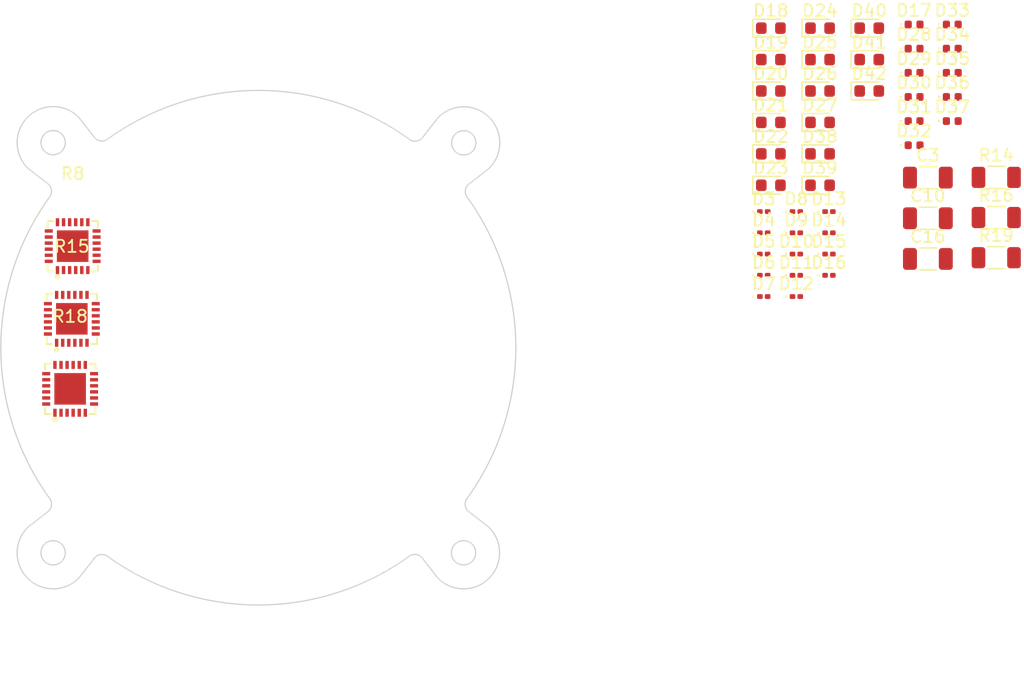
<source format=kicad_pcb>
(kicad_pcb (version 20241229) (generator "pcbnew") (generator_version "9.0")
  (layers (0 "F.Cu" signal) (2 "B.Cu" signal) (13 "F.Paste" user) (15 "B.Paste" user) (5 "F.SilkS" user "F.Silkscreen") (7 "B.SilkS" user "B.Silkscreen") (1 "F.Mask" user) (3 "B.Mask" user) (25 "Edge.Cuts" user))
  (net 0 "")
  (net 2 "GND")
  (net 3 "Net-(D3-A)")
  (net 4 "Net-(D4-A)")
  (net 7 "Net-(D5-A)")
  (net 9 "Net-(D6-A)")
  (net 10 "VDD")
  (net 11 "Net-(D7-A)")
  (net 14 "Net-(D8-A)")
  (net 15 "Net-(D9-A)")
  (net 18 "Net-(D10-A)")
  (net 20 "Net-(D11-A)")
  (net 22 "Net-(D12-A)")
  (net 23 "Net-(D13-A)")
  (net 26 "Net-(D14-A)")
  (net 27 "Net-(D15-A)")
  (net 29 "Net-(D16-A)")
  (net 30 "Net-(D17-A)")
  (net 32 "Net-(D18-A)")
  (net 34 "Net-(D19-A)")
  (net 36 "Net-(D20-A)")
  (net 38 "Net-(D21-A)")
  (net 40 "Net-(D22-A)")
  (net 43 "Net-(D23-A)")
  (net 44 "Net-(D24-A)")
  (net 47 "Net-(D25-A)")
  (net 48 "Net-(D26-A)")
  (net 50 "Net-(D27-A)")
  (net 52 "Net-(D28-A)")
  (net 55 "Net-(D29-A)")
  (net 57 "Net-(D30-A)")
  (net 59 "Net-(D31-A)")
  (net 60 "Net-(D32-A)")
  (net 63 "Net-(D33-A)")
  (net 64 "Net-(D34-A)")
  (net 66 "Net-(D35-A)")
  (net 68 "Net-(D36-A)")
  (net 70 "Net-(D37-A)")
  (net 73 "Net-(D38-A)")
  (net 74 "Net-(D39-A)")
  (net 76 "Net-(D40-A)")
  (net 78 "Net-(D41-A)")
  (net 80 "Net-(D42-A)")
  (net 82 "/OE")
  (net 83 "Net-(R8-REXT)")
  (net 84 "/LAT")
  (net 85 "Net-(R15-SDI)")
  (net 86 "/DAT")
  (net 87 "/SCLK")
  (net 88 "Net-(R15-SDO)")
  (net 89 "Net-(R15-REXT)")
  (net 95 "Net-(R18-REXT)")
  (footprint "LED_SMD:LED_0402_1005Metric" (layer "F.Cu") (at 127.3975 98.18)
    (property "Reference" "D37" (at 0 -1.17 0) (layer "F.SilkS"))
    (property "Value" "LED")
    (fp_circle (center -1.09 0) (end -1.04 0) (stroke (width 0.1)) (fill no) (layer "F.SilkS"))
    (pad "1" smd roundrect (at -0.485 0) (size 0.59 0.64) (layers "F.Cu" "F.Mask" "F.Paste"))
    (pad "2" smd roundrect (at 0.485 0) (size 0.59 0.64) (layers "F.Cu" "F.Mask" "F.Paste") (net 70 "Net-(D37-A)"))
  )
  (footprint "LED_SMD:LED_0201_0603Metric" (layer "F.Cu") (at 117.2425 105.64)
    (property "Reference" "D13" (at 0 -1.05 0) (layer "F.SilkS"))
    (property "Value" "LED")
    (fp_circle (center -0.86 0) (end -0.81 0) (stroke (width 0.1)) (fill no) (layer "F.SilkS"))
    (pad "1" smd roundrect (at -0.32 0) (size 0.46 0.4) (layers "F.Cu" "F.Mask"))
    (pad "2" smd roundrect (at 0.32 0) (size 0.46 0.4) (layers "F.Cu" "F.Mask") (net 23 "Net-(D13-A)"))
  )
  (footprint "Capacitor_SMD:C_1206_3216Metric" (layer "F.Cu") (at 125.3875 106.19)
    (property "Reference" "C10" (at 0 -1.85 0) (layer "F.SilkS"))
    (property "Value" "470n")
    (fp_line (start -0.711252 -0.91) (end 0.711252 -0.91) (stroke (width 0.12)) (layer "F.SilkS"))
    (fp_line (start -0.711252 0.91) (end 0.711252 0.91) (stroke (width 0.12)) (layer "F.SilkS"))
    (pad "1" smd roundrect (at -1.475 0) (size 1.15 1.8) (layers "F.Cu" "F.Mask" "F.Paste") (roundrect_rratio 0.217391) (net 10 "VDD"))
    (pad "2" smd roundrect (at 1.475 0) (size 1.15 1.8) (layers "F.Cu" "F.Mask" "F.Paste") (roundrect_rratio 0.217391) (net 2 "GND"))
  )
  (footprint "LED_SMD:LED_0603_1608Metric" (layer "F.Cu") (at 116.5075 98.29)
    (property "Reference" "D27" (at 0 -1.43 0) (layer "F.SilkS"))
    (property "Value" "LED")
    (fp_line (start -1.485 -0.735) (end -1.485 0.735) (stroke (width 0.12)) (layer "F.SilkS"))
    (fp_line (start -1.485 0.735) (end 0.8 0.735) (stroke (width 0.12)) (layer "F.SilkS"))
    (fp_line (start 0.8 -0.735) (end -1.485 -0.735) (stroke (width 0.12)) (layer "F.SilkS"))
    (pad "1" smd roundrect (at -0.7875 0) (size 0.875 0.95) (layers "F.Cu" "F.Mask" "F.Paste"))
    (pad "2" smd roundrect (at 0.7875 0) (size 0.875 0.95) (layers "F.Cu" "F.Mask" "F.Paste") (net 50 "Net-(D27-A)"))
  )
  (footprint "LED_SMD:LED_0402_1005Metric" (layer "F.Cu") (at 124.2525 96.19)
    (property "Reference" "D30" (at 0 -1.17 0) (layer "F.SilkS"))
    (property "Value" "LED")
    (fp_circle (center -1.09 0) (end -1.04 0) (stroke (width 0.1)) (fill no) (layer "F.SilkS"))
    (pad "1" smd roundrect (at -0.485 0) (size 0.59 0.64) (layers "F.Cu" "F.Mask" "F.Paste"))
    (pad "2" smd roundrect (at 0.485 0) (size 0.59 0.64) (layers "F.Cu" "F.Mask" "F.Paste") (net 57 "Net-(D30-A)"))
  )
  (footprint "LED_SMD:LED_0201_0603Metric" (layer "F.Cu") (at 114.5575 107.39)
    (property "Reference" "D9" (at 0 -1.05 0) (layer "F.SilkS"))
    (property "Value" "LED")
    (fp_circle (center -0.86 0) (end -0.81 0) (stroke (width 0.1)) (fill no) (layer "F.SilkS"))
    (pad "1" smd roundrect (at -0.32 0) (size 0.46 0.4) (layers "F.Cu" "F.Mask"))
    (pad "2" smd roundrect (at 0.32 0) (size 0.46 0.4) (layers "F.Cu" "F.Mask") (net 15 "Net-(D9-A)"))
  )
  (footprint "LED_SMD:LED_0603_1608Metric" (layer "F.Cu") (at 116.5075 93.11)
    (property "Reference" "D25" (at 0 -1.43 0) (layer "F.SilkS"))
    (property "Value" "LED")
    (fp_line (start -1.485 -0.735) (end -1.485 0.735) (stroke (width 0.12)) (layer "F.SilkS"))
    (fp_line (start -1.485 0.735) (end 0.8 0.735) (stroke (width 0.12)) (layer "F.SilkS"))
    (fp_line (start 0.8 -0.735) (end -1.485 -0.735) (stroke (width 0.12)) (layer "F.SilkS"))
    (pad "1" smd roundrect (at -0.7875 0) (size 0.875 0.95) (layers "F.Cu" "F.Mask" "F.Paste"))
    (pad "2" smd roundrect (at 0.7875 0) (size 0.875 0.95) (layers "F.Cu" "F.Mask" "F.Paste") (net 47 "Net-(D25-A)"))
  )
  (footprint "LED_SMD:LED_0402_1005Metric" (layer "F.Cu") (at 127.3975 90.22)
    (property "Reference" "D33" (at 0 -1.17 0) (layer "F.SilkS"))
    (property "Value" "LED")
    (fp_circle (center -1.09 0) (end -1.04 0) (stroke (width 0.1)) (fill no) (layer "F.SilkS"))
    (pad "1" smd roundrect (at -0.485 0) (size 0.59 0.64) (layers "F.Cu" "F.Mask" "F.Paste"))
    (pad "2" smd roundrect (at 0.485 0) (size 0.59 0.64) (layers "F.Cu" "F.Mask" "F.Paste") (net 63 "Net-(D33-A)"))
  )
  (footprint "Resistor_SMD:R_1206_3216Metric" (layer "F.Cu") (at 131.0175 109.44)
    (property "Reference" "R19" (at 0 -1.83 0) (layer "F.SilkS"))
    (property "Value" "510")
    (fp_line (start -0.727064 -0.91) (end 0.727064 -0.91) (stroke (width 0.12)) (layer "F.SilkS"))
    (fp_line (start -0.727064 0.91) (end 0.727064 0.91) (stroke (width 0.12)) (layer "F.SilkS"))
    (pad "1" smd roundrect (at -1.4625 0) (size 1.125 1.75) (layers "F.Cu" "F.Mask" "F.Paste") (roundrect_rratio 0.222222) (net 95 "Net-(R18-REXT)"))
    (pad "2" smd roundrect (at 1.4625 0) (size 1.125 1.75) (layers "F.Cu" "F.Mask" "F.Paste") (roundrect_rratio 0.222222) (net 2 "GND"))
  )
  (footprint "LED_SMD:LED_0201_0603Metric" (layer "F.Cu") (at 117.2425 107.39)
    (property "Reference" "D14" (at 0 -1.05 0) (layer "F.SilkS"))
    (property "Value" "LED")
    (fp_circle (center -0.86 0) (end -0.81 0) (stroke (width 0.1)) (fill no) (layer "F.SilkS"))
    (pad "1" smd roundrect (at -0.32 0) (size 0.46 0.4) (layers "F.Cu" "F.Mask"))
    (pad "2" smd roundrect (at 0.32 0) (size 0.46 0.4) (layers "F.Cu" "F.Mask") (net 26 "Net-(D14-A)"))
  )
  (footprint "Capacitor_SMD:C_1206_3216Metric" (layer "F.Cu") (at 125.3875 109.54)
    (property "Reference" "C16" (at 0 -1.85 0) (layer "F.SilkS"))
    (property "Value" "470n")
    (fp_line (start -0.711252 -0.91) (end 0.711252 -0.91) (stroke (width 0.12)) (layer "F.SilkS"))
    (fp_line (start -0.711252 0.91) (end 0.711252 0.91) (stroke (width 0.12)) (layer "F.SilkS"))
    (pad "1" smd roundrect (at -1.475 0) (size 1.15 1.8) (layers "F.Cu" "F.Mask" "F.Paste") (roundrect_rratio 0.217391) (net 10 "VDD"))
    (pad "2" smd roundrect (at 1.475 0) (size 1.15 1.8) (layers "F.Cu" "F.Mask" "F.Paste") (roundrect_rratio 0.217391) (net 2 "GND"))
  )
  (footprint "LED_SMD:LED_0603_1608Metric" (layer "F.Cu") (at 116.5075 90.52)
    (property "Reference" "D24" (at 0 -1.43 0) (layer "F.SilkS"))
    (property "Value" "LED")
    (fp_line (start -1.485 -0.735) (end -1.485 0.735) (stroke (width 0.12)) (layer "F.SilkS"))
    (fp_line (start -1.485 0.735) (end 0.8 0.735) (stroke (width 0.12)) (layer "F.SilkS"))
    (fp_line (start 0.8 -0.735) (end -1.485 -0.735) (stroke (width 0.12)) (layer "F.SilkS"))
    (pad "1" smd roundrect (at -0.7875 0) (size 0.875 0.95) (layers "F.Cu" "F.Mask" "F.Paste"))
    (pad "2" smd roundrect (at 0.7875 0) (size 0.875 0.95) (layers "F.Cu" "F.Mask" "F.Paste") (net 44 "Net-(D24-A)"))
  )
  (footprint "LED_SMD:LED_0402_1005Metric" (layer "F.Cu") (at 124.2525 98.18)
    (property "Reference" "D31" (at 0 -1.17 0) (layer "F.SilkS"))
    (property "Value" "LED")
    (fp_circle (center -1.09 0) (end -1.04 0) (stroke (width 0.1)) (fill no) (layer "F.SilkS"))
    (pad "1" smd roundrect (at -0.485 0) (size 0.59 0.64) (layers "F.Cu" "F.Mask" "F.Paste"))
    (pad "2" smd roundrect (at 0.485 0) (size 0.59 0.64) (layers "F.Cu" "F.Mask" "F.Paste") (net 59 "Net-(D31-A)"))
  )
  (footprint "LED_SMD:LED_0603_1608Metric" (layer "F.Cu") (at 112.4575 100.88)
    (property "Reference" "D22" (at 0 -1.43 0) (layer "F.SilkS"))
    (property "Value" "LED")
    (fp_line (start -1.485 -0.735) (end -1.485 0.735) (stroke (width 0.12)) (layer "F.SilkS"))
    (fp_line (start -1.485 0.735) (end 0.8 0.735) (stroke (width 0.12)) (layer "F.SilkS"))
    (fp_line (start 0.8 -0.735) (end -1.485 -0.735) (stroke (width 0.12)) (layer "F.SilkS"))
    (pad "1" smd roundrect (at -0.7875 0) (size 0.875 0.95) (layers "F.Cu" "F.Mask" "F.Paste"))
    (pad "2" smd roundrect (at 0.7875 0) (size 0.875 0.95) (layers "F.Cu" "F.Mask" "F.Paste") (net 40 "Net-(D22-A)"))
  )
  (footprint "LED_SMD:LED_0402_1005Metric" (layer "F.Cu") (at 124.2525 100.17)
    (property "Reference" "D32" (at 0 -1.17 0) (layer "F.SilkS"))
    (property "Value" "LED")
    (fp_circle (center -1.09 0) (end -1.04 0) (stroke (width 0.1)) (fill no) (layer "F.SilkS"))
    (pad "1" smd roundrect (at -0.485 0) (size 0.59 0.64) (layers "F.Cu" "F.Mask" "F.Paste"))
    (pad "2" smd roundrect (at 0.485 0) (size 0.59 0.64) (layers "F.Cu" "F.Mask" "F.Paste") (net 60 "Net-(D32-A)"))
  )
  (footprint "LED_SMD:LED_0603_1608Metric" (layer "F.Cu") (at 116.5075 95.7)
    (property "Reference" "D26" (at 0 -1.43 0) (layer "F.SilkS"))
    (property "Value" "LED")
    (fp_line (start -1.485 -0.735) (end -1.485 0.735) (stroke (width 0.12)) (layer "F.SilkS"))
    (fp_line (start -1.485 0.735) (end 0.8 0.735) (stroke (width 0.12)) (layer "F.SilkS"))
    (fp_line (start 0.8 -0.735) (end -1.485 -0.735) (stroke (width 0.12)) (layer "F.SilkS"))
    (pad "1" smd roundrect (at -0.7875 0) (size 0.875 0.95) (layers "F.Cu" "F.Mask" "F.Paste"))
    (pad "2" smd roundrect (at 0.7875 0) (size 0.875 0.95) (layers "F.Cu" "F.Mask" "F.Paste") (net 48 "Net-(D26-A)"))
  )
  (footprint "LED_SMD:LED_0603_1608Metric" (layer "F.Cu") (at 120.5575 95.7)
    (property "Reference" "D42" (at 0 -1.43 0) (layer "F.SilkS"))
    (property "Value" "LED")
    (fp_line (start -1.485 -0.735) (end -1.485 0.735) (stroke (width 0.12)) (layer "F.SilkS"))
    (fp_line (start -1.485 0.735) (end 0.8 0.735) (stroke (width 0.12)) (layer "F.SilkS"))
    (fp_line (start 0.8 -0.735) (end -1.485 -0.735) (stroke (width 0.12)) (layer "F.SilkS"))
    (pad "1" smd roundrect (at -0.7875 0) (size 0.875 0.95) (layers "F.Cu" "F.Mask" "F.Paste"))
    (pad "2" smd roundrect (at 0.7875 0) (size 0.875 0.95) (layers "F.Cu" "F.Mask" "F.Paste") (net 80 "Net-(D42-A)"))
  )
  (footprint "LED_SMD:LED_0402_1005Metric" (layer "F.Cu") (at 124.2525 92.21)
    (property "Reference" "D28" (at 0 -1.17 0) (layer "F.SilkS"))
    (property "Value" "LED")
    (fp_circle (center -1.09 0) (end -1.04 0) (stroke (width 0.1)) (fill no) (layer "F.SilkS"))
    (pad "1" smd roundrect (at -0.485 0) (size 0.59 0.64) (layers "F.Cu" "F.Mask" "F.Paste"))
    (pad "2" smd roundrect (at 0.485 0) (size 0.59 0.64) (layers "F.Cu" "F.Mask" "F.Paste") (net 52 "Net-(D28-A)"))
  )
  (footprint "LED_SMD:LED_0201_0603Metric" (layer "F.Cu") (at 111.8725 110.89)
    (property "Reference" "D6" (at 0 -1.05 0) (layer "F.SilkS"))
    (property "Value" "LED")
    (fp_circle (center -0.86 0) (end -0.81 0) (stroke (width 0.1)) (fill no) (layer "F.SilkS"))
    (pad "1" smd roundrect (at -0.32 0) (size 0.46 0.4) (layers "F.Cu" "F.Mask"))
    (pad "2" smd roundrect (at 0.32 0) (size 0.46 0.4) (layers "F.Cu" "F.Mask") (net 9 "Net-(D6-A)"))
  )
  (footprint "easyeda2kicad:TQFN-24_L4.0-W4.0-P0.50-BL-EP2.6" (layer "F.Cu") (at 54.89 114.4775)
    (property "Reference" "R15" (at 0 -5.97 0) (layer "F.SilkS"))
    (property "Value" "FM6126QC")
    (fp_line (start -2.07 -2.07) (end -1.58 -2.07) (stroke (width 0.15)) (layer "F.SilkS"))
    (fp_line (start -2.07 -1.58) (end -2.07 -2.07) (stroke (width 0.15)) (layer "F.SilkS"))
    (fp_line (start -2.07 1.58) (end -2.07 2.08) (stroke (width 0.15)) (layer "F.SilkS"))
    (fp_line (start -2.07 2.08) (end -1.58 2.08) (stroke (width 0.15)) (layer "F.SilkS"))
    (fp_line (start 2.08 -2.07) (end 1.58 -2.07) (stroke (width 0.15)) (layer "F.SilkS"))
    (fp_line (start 2.08 -1.58) (end 2.08 -2.07) (stroke (width 0.15)) (layer "F.SilkS"))
    (fp_line (start 2.08 1.58) (end 2.08 2.08) (stroke (width 0.15)) (layer "F.SilkS"))
    (fp_line (start 2.08 2.08) (end 1.58 2.08) (stroke (width 0.15)) (layer "F.SilkS"))
    (fp_circle (center -1.25 2.54) (end -1.18 2.54) (stroke (width 0.15)) (fill no) (layer "F.SilkS"))
    (pad "1" smd rect (at -1.25 1.97 90) (size 0.66 0.28) (layers "F.Cu" "F.Mask" "F.Paste") (net 84 "/LAT"))
    (pad "2" smd rect (at -0.75 1.97 90) (size 0.66 0.28) (layers "F.Cu" "F.Mask" "F.Paste") (net 34 "Net-(D19-A)"))
    (pad "3" smd rect (at -0.25 1.97 90) (size 0.66 0.28) (layers "F.Cu" "F.Mask" "F.Paste") (net 36 "Net-(D20-A)"))
    (pad "4" smd rect (at 0.25 1.97 90) (size 0.66 0.28) (layers "F.Cu" "F.Mask" "F.Paste") (net 38 "Net-(D21-A)"))
    (pad "5" smd rect (at 0.75 1.97 90) (size 0.66 0.28) (layers "F.Cu" "F.Mask" "F.Paste") (net 40 "Net-(D22-A)"))
    (pad "6" smd rect (at 1.25 1.97 90) (size 0.66 0.28) (layers "F.Cu" "F.Mask" "F.Paste") (net 43 "Net-(D23-A)"))
    (pad "7" smd rect (at 1.97 1.25 90) (size 0.28 0.66) (layers "F.Cu" "F.Mask" "F.Paste") (net 44 "Net-(D24-A)"))
    (pad "8" smd rect (at 1.97 0.75 90) (size 0.28 0.66) (layers "F.Cu" "F.Mask" "F.Paste") (net 47 "Net-(D25-A)"))
    (pad "9" smd rect (at 1.97 0.25 90) (size 0.28 0.66) (layers "F.Cu" "F.Mask" "F.Paste") (net 48 "Net-(D26-A)"))
    (pad "10" smd rect (at 1.97 -0.25 90) (size 0.28 0.66) (layers "F.Cu" "F.Mask" "F.Paste") (net 2 "GND"))
    (pad "11" smd rect (at 1.97 -0.75 90) (size 0.28 0.66) (layers "F.Cu" "F.Mask" "F.Paste") (net 50 "Net-(D27-A)"))
    (pad "12" smd rect (at 1.97 -1.25 90) (size 0.28 0.66) (layers "F.Cu" "F.Mask" "F.Paste") (net 52 "Net-(D28-A)"))
    (pad "13" smd rect (at 1.25 -1.97 90) (size 0.66 0.28) (layers "F.Cu" "F.Mask" "F.Paste") (net 55 "Net-(D29-A)"))
    (pad "14" smd rect (at 0.75 -1.97 90) (size 0.66 0.28) (layers "F.Cu" "F.Mask" "F.Paste") (net 57 "Net-(D30-A)"))
    (pad "15" smd rect (at 0.25 -1.97 90) (size 0.66 0.28) (layers "F.Cu" "F.Mask" "F.Paste") (net 59 "Net-(D31-A)"))
    (pad "16" smd rect (at -0.25 -1.97 90) (size 0.66 0.28) (layers "F.Cu" "F.Mask" "F.Paste") (net 60 "Net-(D32-A)"))
    (pad "17" smd rect (at -0.75 -1.97 90) (size 0.66 0.28) (layers "F.Cu" "F.Mask" "F.Paste") (net 63 "Net-(D33-A)"))
    (pad "18" smd rect (at -1.25 -1.97 90) (size 0.66 0.28) (layers "F.Cu" "F.Mask" "F.Paste") (net 64 "Net-(D34-A)"))
    (pad "19" smd rect (at -1.97 -1.25 90) (size 0.28 0.66) (layers "F.Cu" "F.Mask" "F.Paste") (net 88 "Net-(R15-SDO)"))
    (pad "20" smd rect (at -1.97 -0.75 90) (size 0.28 0.66) (layers "F.Cu" "F.Mask" "F.Paste") (net 82 "/OE"))
    (pad "21" smd rect (at -1.97 -0.25 90) (size 0.28 0.66) (layers "F.Cu" "F.Mask" "F.Paste") (net 89 "Net-(R15-REXT)"))
    (pad "22" smd rect (at -1.97 0.25 90) (size 0.28 0.66) (layers "F.Cu" "F.Mask" "F.Paste") (net 10 "VDD"))
    (pad "23" smd rect (at -1.97 0.75 90) (size 0.28 0.66) (layers "F.Cu" "F.Mask" "F.Paste") (net 85 "Net-(R15-SDI)"))
    (pad "24" smd rect (at -1.97 1.25 90) (size 0.28 0.66) (layers "F.Cu" "F.Mask" "F.Paste") (net 87 "/SCLK"))
    (pad "25" smd rect (at 0 0 90) (size 2.6 2.6) (layers "F.Cu" "F.Mask" "F.Paste") (net 2 "GND"))
  )
  (footprint "LED_SMD:LED_0603_1608Metric" (layer "F.Cu") (at 112.4575 93.11)
    (property "Reference" "D19" (at 0 -1.43 0) (layer "F.SilkS"))
    (property "Value" "LED")
    (fp_line (start -1.485 -0.735) (end -1.485 0.735) (stroke (width 0.12)) (layer "F.SilkS"))
    (fp_line (start -1.485 0.735) (end 0.8 0.735) (stroke (width 0.12)) (layer "F.SilkS"))
    (fp_line (start 0.8 -0.735) (end -1.485 -0.735) (stroke (width 0.12)) (layer "F.SilkS"))
    (pad "1" smd roundrect (at -0.7875 0) (size 0.875 0.95) (layers "F.Cu" "F.Mask" "F.Paste"))
    (pad "2" smd roundrect (at 0.7875 0) (size 0.875 0.95) (layers "F.Cu" "F.Mask" "F.Paste") (net 34 "Net-(D19-A)"))
  )
  (footprint "LED_SMD:LED_0201_0603Metric" (layer "F.Cu") (at 111.8725 105.64)
    (property "Reference" "D3" (at 0 -1.05 0) (layer "F.SilkS"))
    (property "Value" "LED")
    (fp_circle (center -0.86 0) (end -0.81 0) (stroke (width 0.1)) (fill no) (layer "F.SilkS"))
    (pad "1" smd roundrect (at -0.32 0) (size 0.46 0.4) (layers "F.Cu" "F.Mask"))
    (pad "2" smd roundrect (at 0.32 0) (size 0.46 0.4) (layers "F.Cu" "F.Mask") (net 3 "Net-(D3-A)"))
  )
  (footprint "LED_SMD:LED_0402_1005Metric" (layer "F.Cu") (at 127.3975 92.21)
    (property "Reference" "D34" (at 0 -1.17 0) (layer "F.SilkS"))
    (property "Value" "LED")
    (fp_circle (center -1.09 0) (end -1.04 0) (stroke (width 0.1)) (fill no) (layer "F.SilkS"))
    (pad "1" smd roundrect (at -0.485 0) (size 0.59 0.64) (layers "F.Cu" "F.Mask" "F.Paste"))
    (pad "2" smd roundrect (at 0.485 0) (size 0.59 0.64) (layers "F.Cu" "F.Mask" "F.Paste") (net 64 "Net-(D34-A)"))
  )
  (footprint "easyeda2kicad:TQFN-24_L4.0-W4.0-P0.50-BL-EP2.6" (layer "F.Cu") (at 54.96 108.4875)
    (property "Reference" "R8" (at 0 -5.97 0) (layer "F.SilkS"))
    (property "Value" "FM6126QC")
    (fp_line (start -2.07 -2.07) (end -1.58 -2.07) (stroke (width 0.15)) (layer "F.SilkS"))
    (fp_line (start -2.07 -1.58) (end -2.07 -2.07) (stroke (width 0.15)) (layer "F.SilkS"))
    (fp_line (start -2.07 1.58) (end -2.07 2.08) (stroke (width 0.15)) (layer "F.SilkS"))
    (fp_line (start -2.07 2.08) (end -1.58 2.08) (stroke (width 0.15)) (layer "F.SilkS"))
    (fp_line (start 2.08 -2.07) (end 1.58 -2.07) (stroke (width 0.15)) (layer "F.SilkS"))
    (fp_line (start 2.08 -1.58) (end 2.08 -2.07) (stroke (width 0.15)) (layer "F.SilkS"))
    (fp_line (start 2.08 1.58) (end 2.08 2.08) (stroke (width 0.15)) (layer "F.SilkS"))
    (fp_line (start 2.08 2.08) (end 1.58 2.08) (stroke (width 0.15)) (layer "F.SilkS"))
    (fp_circle (center -1.25 2.54) (end -1.18 2.54) (stroke (width 0.15)) (fill no) (layer "F.SilkS"))
    (pad "1" smd rect (at -1.25 1.97 90) (size 0.66 0.28) (layers "F.Cu" "F.Mask" "F.Paste") (net 84 "/LAT"))
    (pad "2" smd rect (at -0.75 1.97 90) (size 0.66 0.28) (layers "F.Cu" "F.Mask" "F.Paste") (net 3 "Net-(D3-A)"))
    (pad "3" smd rect (at -0.25 1.97 90) (size 0.66 0.28) (layers "F.Cu" "F.Mask" "F.Paste") (net 4 "Net-(D4-A)"))
    (pad "4" smd rect (at 0.25 1.97 90) (size 0.66 0.28) (layers "F.Cu" "F.Mask" "F.Paste") (net 7 "Net-(D5-A)"))
    (pad "5" smd rect (at 0.75 1.97 90) (size 0.66 0.28) (layers "F.Cu" "F.Mask" "F.Paste") (net 9 "Net-(D6-A)"))
    (pad "6" smd rect (at 1.25 1.97 90) (size 0.66 0.28) (layers "F.Cu" "F.Mask" "F.Paste") (net 11 "Net-(D7-A)"))
    (pad "7" smd rect (at 1.97 1.25 90) (size 0.28 0.66) (layers "F.Cu" "F.Mask" "F.Paste") (net 14 "Net-(D8-A)"))
    (pad "8" smd rect (at 1.97 0.75 90) (size 0.28 0.66) (layers "F.Cu" "F.Mask" "F.Paste") (net 15 "Net-(D9-A)"))
    (pad "9" smd rect (at 1.97 0.25 90) (size 0.28 0.66) (layers "F.Cu" "F.Mask" "F.Paste") (net 18 "Net-(D10-A)"))
    (pad "10" smd rect (at 1.97 -0.25 90) (size 0.28 0.66) (layers "F.Cu" "F.Mask" "F.Paste") (net 2 "GND"))
    (pad "11" smd rect (at 1.97 -0.75 90) (size 0.28 0.66) (layers "F.Cu" "F.Mask" "F.Paste") (net 20 "Net-(D11-A)"))
    (pad "12" smd rect (at 1.97 -1.25 90) (size 0.28 0.66) (layers "F.Cu" "F.Mask" "F.Paste") (net 22 "Net-(D12-A)"))
    (pad "13" smd rect (at 1.25 -1.97 90) (size 0.66 0.28) (layers "F.Cu" "F.Mask" "F.Paste") (net 23 "Net-(D13-A)"))
    (pad "14" smd rect (at 0.75 -1.97 90) (size 0.66 0.28) (layers "F.Cu" "F.Mask" "F.Paste") (net 26 "Net-(D14-A)"))
    (pad "15" smd rect (at 0.25 -1.97 90) (size 0.66 0.28) (layers "F.Cu" "F.Mask" "F.Paste") (net 27 "Net-(D15-A)"))
    (pad "16" smd rect (at -0.25 -1.97 90) (size 0.66 0.28) (layers "F.Cu" "F.Mask" "F.Paste") (net 29 "Net-(D16-A)"))
    (pad "17" smd rect (at -0.75 -1.97 90) (size 0.66 0.28) (layers "F.Cu" "F.Mask" "F.Paste") (net 30 "Net-(D17-A)"))
    (pad "18" smd rect (at -1.25 -1.97 90) (size 0.66 0.28) (layers "F.Cu" "F.Mask" "F.Paste") (net 32 "Net-(D18-A)"))
    (pad "19" smd rect (at -1.97 -1.25 90) (size 0.28 0.66) (layers "F.Cu" "F.Mask" "F.Paste") (net 85 "Net-(R15-SDI)"))
    (pad "20" smd rect (at -1.97 -0.75 90) (size 0.28 0.66) (layers "F.Cu" "F.Mask" "F.Paste") (net 82 "/OE"))
    (pad "21" smd rect (at -1.97 -0.25 90) (size 0.28 0.66) (layers "F.Cu" "F.Mask" "F.Paste") (net 83 "Net-(R8-REXT)"))
    (pad "22" smd rect (at -1.97 0.25 90) (size 0.28 0.66) (layers "F.Cu" "F.Mask" "F.Paste") (net 10 "VDD"))
    (pad "23" smd rect (at -1.97 0.75 90) (size 0.28 0.66) (layers "F.Cu" "F.Mask" "F.Paste") (net 86 "/DAT"))
    (pad "24" smd rect (at -1.97 1.25 90) (size 0.28 0.66) (layers "F.Cu" "F.Mask" "F.Paste") (net 87 "/SCLK"))
    (pad "25" smd rect (at 0 0 90) (size 2.6 2.6) (layers "F.Cu" "F.Mask" "F.Paste") (net 2 "GND"))
  )
  (footprint "LED_SMD:LED_0402_1005Metric" (layer "F.Cu") (at 127.3975 96.19)
    (property "Reference" "D36" (at 0 -1.17 0) (layer "F.SilkS"))
    (property "Value" "LED")
    (fp_circle (center -1.09 0) (end -1.04 0) (stroke (width 0.1)) (fill no) (layer "F.SilkS"))
    (pad "1" smd roundrect (at -0.485 0) (size 0.59 0.64) (layers "F.Cu" "F.Mask" "F.Paste"))
    (pad "2" smd roundrect (at 0.485 0) (size 0.59 0.64) (layers "F.Cu" "F.Mask" "F.Paste") (net 68 "Net-(D36-A)"))
  )
  (footprint "LED_SMD:LED_0201_0603Metric" (layer "F.Cu") (at 117.2425 109.14)
    (property "Reference" "D15" (at 0 -1.05 0) (layer "F.SilkS"))
    (property "Value" "LED")
    (fp_circle (center -0.86 0) (end -0.81 0) (stroke (width 0.1)) (fill no) (layer "F.SilkS"))
    (pad "1" smd roundrect (at -0.32 0) (size 0.46 0.4) (layers "F.Cu" "F.Mask"))
    (pad "2" smd roundrect (at 0.32 0) (size 0.46 0.4) (layers "F.Cu" "F.Mask") (net 27 "Net-(D15-A)"))
  )
  (footprint "LED_SMD:LED_0201_0603Metric" (layer "F.Cu") (at 111.8725 107.39)
    (property "Reference" "D4" (at 0 -1.05 0) (layer "F.SilkS"))
    (property "Value" "LED")
    (fp_circle (center -0.86 0) (end -0.81 0) (stroke (width 0.1)) (fill no) (layer "F.SilkS"))
    (pad "1" smd roundrect (at -0.32 0) (size 0.46 0.4) (layers "F.Cu" "F.Mask"))
    (pad "2" smd roundrect (at 0.32 0) (size 0.46 0.4) (layers "F.Cu" "F.Mask") (net 4 "Net-(D4-A)"))
  )
  (footprint "LED_SMD:LED_0201_0603Metric" (layer "F.Cu") (at 117.2425 110.89)
    (property "Reference" "D16" (at 0 -1.05 0) (layer "F.SilkS"))
    (property "Value" "LED")
    (fp_circle (center -0.86 0) (end -0.81 0) (stroke (width 0.1)) (fill no) (layer "F.SilkS"))
    (pad "1" smd roundrect (at -0.32 0) (size 0.46 0.4) (layers "F.Cu" "F.Mask"))
    (pad "2" smd roundrect (at 0.32 0) (size 0.46 0.4) (layers "F.Cu" "F.Mask") (net 29 "Net-(D16-A)"))
  )
  (footprint "LED_SMD:LED_0603_1608Metric" (layer "F.Cu") (at 120.5575 93.11)
    (property "Reference" "D41" (at 0 -1.43 0) (layer "F.SilkS"))
    (property "Value" "LED")
    (fp_line (start -1.485 -0.735) (end -1.485 0.735) (stroke (width 0.12)) (layer "F.SilkS"))
    (fp_line (start -1.485 0.735) (end 0.8 0.735) (stroke (width 0.12)) (layer "F.SilkS"))
    (fp_line (start 0.8 -0.735) (end -1.485 -0.735) (stroke (width 0.12)) (layer "F.SilkS"))
    (pad "1" smd roundrect (at -0.7875 0) (size 0.875 0.95) (layers "F.Cu" "F.Mask" "F.Paste"))
    (pad "2" smd roundrect (at 0.7875 0) (size 0.875 0.95) (layers "F.Cu" "F.Mask" "F.Paste") (net 78 "Net-(D41-A)"))
  )
  (footprint "LED_SMD:LED_0201_0603Metric" (layer "F.Cu") (at 111.8725 112.64)
    (property "Reference" "D7" (at 0 -1.05 0) (layer "F.SilkS"))
    (property "Value" "LED")
    (fp_circle (center -0.86 0) (end -0.81 0) (stroke (width 0.1)) (fill no) (layer "F.SilkS"))
    (pad "1" smd roundrect (at -0.32 0) (size 0.46 0.4) (layers "F.Cu" "F.Mask"))
    (pad "2" smd roundrect (at 0.32 0) (size 0.46 0.4) (layers "F.Cu" "F.Mask") (net 11 "Net-(D7-A)"))
  )
  (footprint "LED_SMD:LED_0201_0603Metric" (layer "F.Cu") (at 111.8725 109.14)
    (property "Reference" "D5" (at 0 -1.05 0) (layer "F.SilkS"))
    (property "Value" "LED")
    (fp_circle (center -0.86 0) (end -0.81 0) (stroke (width 0.1)) (fill no) (layer "F.SilkS"))
    (pad "1" smd roundrect (at -0.32 0) (size 0.46 0.4) (layers "F.Cu" "F.Mask"))
    (pad "2" smd roundrect (at 0.32 0) (size 0.46 0.4) (layers "F.Cu" "F.Mask") (net 7 "Net-(D5-A)"))
  )
  (footprint "LED_SMD:LED_0201_0603Metric" (layer "F.Cu") (at 114.5575 112.64)
    (property "Reference" "D12" (at 0 -1.05 0) (layer "F.SilkS"))
    (property "Value" "LED")
    (fp_circle (center -0.86 0) (end -0.81 0) (stroke (width 0.1)) (fill no) (layer "F.SilkS"))
    (pad "1" smd roundrect (at -0.32 0) (size 0.46 0.4) (layers "F.Cu" "F.Mask"))
    (pad "2" smd roundrect (at 0.32 0) (size 0.46 0.4) (layers "F.Cu" "F.Mask") (net 22 "Net-(D12-A)"))
  )
  (footprint "LED_SMD:LED_0603_1608Metric" (layer "F.Cu") (at 116.5075 100.88)
    (property "Reference" "D38" (at 0 -1.43 0) (layer "F.SilkS"))
    (property "Value" "LED")
    (fp_line (start -1.485 -0.735) (end -1.485 0.735) (stroke (width 0.12)) (layer "F.SilkS"))
    (fp_line (start -1.485 0.735) (end 0.8 0.735) (stroke (width 0.12)) (layer "F.SilkS"))
    (fp_line (start 0.8 -0.735) (end -1.485 -0.735) (stroke (width 0.12)) (layer "F.SilkS"))
    (pad "1" smd roundrect (at -0.7875 0) (size 0.875 0.95) (layers "F.Cu" "F.Mask" "F.Paste"))
    (pad "2" smd roundrect (at 0.7875 0) (size 0.875 0.95) (layers "F.Cu" "F.Mask" "F.Paste") (net 73 "Net-(D38-A)"))
  )
  (footprint "Resistor_SMD:R_1206_3216Metric" (layer "F.Cu") (at 131.0175 106.13)
    (property "Reference" "R16" (at 0 -1.83 0) (layer "F.SilkS"))
    (property "Value" "510")
    (fp_line (start -0.727064 -0.91) (end 0.727064 -0.91) (stroke (width 0.12)) (layer "F.SilkS"))
    (fp_line (start -0.727064 0.91) (end 0.727064 0.91) (stroke (width 0.12)) (layer "F.SilkS"))
    (pad "1" smd roundrect (at -1.4625 0) (size 1.125 1.75) (layers "F.Cu" "F.Mask" "F.Paste") (roundrect_rratio 0.222222) (net 89 "Net-(R15-REXT)"))
    (pad "2" smd roundrect (at 1.4625 0) (size 1.125 1.75) (layers "F.Cu" "F.Mask" "F.Paste") (roundrect_rratio 0.222222) (net 2 "GND"))
  )
  (footprint "LED_SMD:LED_0603_1608Metric" (layer "F.Cu") (at 112.4575 95.7)
    (property "Reference" "D20" (at 0 -1.43 0) (layer "F.SilkS"))
    (property "Value" "LED")
    (fp_line (start -1.485 -0.735) (end -1.485 0.735) (stroke (width 0.12)) (layer "F.SilkS"))
    (fp_line (start -1.485 0.735) (end 0.8 0.735) (stroke (width 0.12)) (layer "F.SilkS"))
    (fp_line (start 0.8 -0.735) (end -1.485 -0.735) (stroke (width 0.12)) (layer "F.SilkS"))
    (pad "1" smd roundrect (at -0.7875 0) (size 0.875 0.95) (layers "F.Cu" "F.Mask" "F.Paste"))
    (pad "2" smd roundrect (at 0.7875 0) (size 0.875 0.95) (layers "F.Cu" "F.Mask" "F.Paste") (net 36 "Net-(D20-A)"))
  )
  (footprint "LED_SMD:LED_0603_1608Metric" (layer "F.Cu") (at 112.4575 98.29)
    (property "Reference" "D21" (at 0 -1.43 0) (layer "F.SilkS"))
    (property "Value" "LED")
    (fp_line (start -1.485 -0.735) (end -1.485 0.735) (stroke (width 0.12)) (layer "F.SilkS"))
    (fp_line (start -1.485 0.735) (end 0.8 0.735) (stroke (width 0.12)) (layer "F.SilkS"))
    (fp_line (start 0.8 -0.735) (end -1.485 -0.735) (stroke (width 0.12)) (layer "F.SilkS"))
    (pad "1" smd roundrect (at -0.7875 0) (size 0.875 0.95) (layers "F.Cu" "F.Mask" "F.Paste"))
    (pad "2" smd roundrect (at 0.7875 0) (size 0.875 0.95) (layers "F.Cu" "F.Mask" "F.Paste") (net 38 "Net-(D21-A)"))
  )
  (footprint "LED_SMD:LED_0402_1005Metric" (layer "F.Cu") (at 127.3975 94.2)
    (property "Reference" "D35" (at 0 -1.17 0) (layer "F.SilkS"))
    (property "Value" "LED")
    (fp_circle (center -1.09 0) (end -1.04 0) (stroke (width 0.1)) (fill no) (layer "F.SilkS"))
    (pad "1" smd roundrect (at -0.485 0) (size 0.59 0.64) (layers "F.Cu" "F.Mask" "F.Paste"))
    (pad "2" smd roundrect (at 0.485 0) (size 0.59 0.64) (layers "F.Cu" "F.Mask" "F.Paste") (net 66 "Net-(D35-A)"))
  )
  (footprint "LED_SMD:LED_0201_0603Metric" (layer "F.Cu") (at 114.5575 105.64)
    (property "Reference" "D8" (at 0 -1.05 0) (layer "F.SilkS"))
    (property "Value" "LED")
    (fp_circle (center -0.86 0) (end -0.81 0) (stroke (width 0.1)) (fill no) (layer "F.SilkS"))
    (pad "1" smd roundrect (at -0.32 0) (size 0.46 0.4) (layers "F.Cu" "F.Mask"))
    (pad "2" smd roundrect (at 0.32 0) (size 0.46 0.4) (layers "F.Cu" "F.Mask") (net 14 "Net-(D8-A)"))
  )
  (footprint "LED_SMD:LED_0603_1608Metric" (layer "F.Cu") (at 112.4575 90.52)
    (property "Reference" "D18" (at 0 -1.43 0) (layer "F.SilkS"))
    (property "Value" "LED")
    (fp_line (start -1.485 -0.735) (end -1.485 0.735) (stroke (width 0.12)) (layer "F.SilkS"))
    (fp_line (start -1.485 0.735) (end 0.8 0.735) (stroke (width 0.12)) (layer "F.SilkS"))
    (fp_line (start 0.8 -0.735) (end -1.485 -0.735) (stroke (width 0.12)) (layer "F.SilkS"))
    (pad "1" smd roundrect (at -0.7875 0) (size 0.875 0.95) (layers "F.Cu" "F.Mask" "F.Paste"))
    (pad "2" smd roundrect (at 0.7875 0) (size 0.875 0.95) (layers "F.Cu" "F.Mask" "F.Paste") (net 32 "Net-(D18-A)"))
  )
  (footprint "LED_SMD:LED_0201_0603Metric" (layer "F.Cu") (at 114.5575 109.14)
    (property "Reference" "D10" (at 0 -1.05 0) (layer "F.SilkS"))
    (property "Value" "LED")
    (fp_circle (center -0.86 0) (end -0.81 0) (stroke (width 0.1)) (fill no) (layer "F.SilkS"))
    (pad "1" smd roundrect (at -0.32 0) (size 0.46 0.4) (layers "F.Cu" "F.Mask"))
    (pad "2" smd roundrect (at 0.32 0) (size 0.46 0.4) (layers "F.Cu" "F.Mask") (net 18 "Net-(D10-A)"))
  )
  (footprint "LED_SMD:LED_0603_1608Metric" (layer "F.Cu") (at 116.5075 103.47)
    (property "Reference" "D39" (at 0 -1.43 0) (layer "F.SilkS"))
    (property "Value" "LED")
    (fp_line (start -1.485 -0.735) (end -1.485 0.735) (stroke (width 0.12)) (layer "F.SilkS"))
    (fp_line (start -1.485 0.735) (end 0.8 0.735) (stroke (width 0.12)) (layer "F.SilkS"))
    (fp_line (start 0.8 -0.735) (end -1.485 -0.735) (stroke (width 0.12)) (layer "F.SilkS"))
    (pad "1" smd roundrect (at -0.7875 0) (size 0.875 0.95) (layers "F.Cu" "F.Mask" "F.Paste"))
    (pad "2" smd roundrect (at 0.7875 0) (size 0.875 0.95) (layers "F.Cu" "F.Mask" "F.Paste") (net 74 "Net-(D39-A)"))
  )
  (footprint "LED_SMD:LED_0603_1608Metric" (layer "F.Cu") (at 120.5575 90.52)
    (property "Reference" "D40" (at 0 -1.43 0) (layer "F.SilkS"))
    (property "Value" "LED")
    (fp_line (start -1.485 -0.735) (end -1.485 0.735) (stroke (width 0.12)) (layer "F.SilkS"))
    (fp_line (start -1.485 0.735) (end 0.8 0.735) (stroke (width 0.12)) (layer "F.SilkS"))
    (fp_line (start 0.8 -0.735) (end -1.485 -0.735) (stroke (width 0.12)) (layer "F.SilkS"))
    (pad "1" smd roundrect (at -0.7875 0) (size 0.875 0.95) (layers "F.Cu" "F.Mask" "F.Paste"))
    (pad "2" smd roundrect (at 0.7875 0) (size 0.875 0.95) (layers "F.Cu" "F.Mask" "F.Paste") (net 76 "Net-(D40-A)"))
  )
  (footprint "LED_SMD:LED_0603_1608Metric" (layer "F.Cu") (at 112.4575 103.47)
    (property "Reference" "D23" (at 0 -1.43 0) (layer "F.SilkS"))
    (property "Value" "LED")
    (fp_line (start -1.485 -0.735) (end -1.485 0.735) (stroke (width 0.12)) (layer "F.SilkS"))
    (fp_line (start -1.485 0.735) (end 0.8 0.735) (stroke (width 0.12)) (layer "F.SilkS"))
    (fp_line (start 0.8 -0.735) (end -1.485 -0.735) (stroke (width 0.12)) (layer "F.SilkS"))
    (pad "1" smd roundrect (at -0.7875 0) (size 0.875 0.95) (layers "F.Cu" "F.Mask" "F.Paste"))
    (pad "2" smd roundrect (at 0.7875 0) (size 0.875 0.95) (layers "F.Cu" "F.Mask" "F.Paste") (net 43 "Net-(D23-A)"))
  )
  (footprint "LED_SMD:LED_0402_1005Metric" (layer "F.Cu") (at 124.2525 94.2)
    (property "Reference" "D29" (at 0 -1.17 0) (layer "F.SilkS"))
    (property "Value" "LED")
    (fp_circle (center -1.09 0) (end -1.04 0) (stroke (width 0.1)) (fill no) (layer "F.SilkS"))
    (pad "1" smd roundrect (at -0.485 0) (size 0.59 0.64) (layers "F.Cu" "F.Mask" "F.Paste"))
    (pad "2" smd roundrect (at 0.485 0) (size 0.59 0.64) (layers "F.Cu" "F.Mask" "F.Paste") (net 55 "Net-(D29-A)"))
  )
  (footprint "LED_SMD:LED_0402_1005Metric" (layer "F.Cu") (at 124.2525 90.22)
    (property "Reference" "D17" (at 0 -1.17 0) (layer "F.SilkS"))
    (property "Value" "LED")
    (fp_circle (center -1.09 0) (end -1.04 0) (stroke (width 0.1)) (fill no) (layer "F.SilkS"))
    (pad "1" smd roundrect (at -0.485 0) (size 0.59 0.64) (layers "F.Cu" "F.Mask" "F.Paste"))
    (pad "2" smd roundrect (at 0.485 0) (size 0.59 0.64) (layers "F.Cu" "F.Mask" "F.Paste") (net 30 "Net-(D17-A)"))
  )
  (footprint "Resistor_SMD:R_1206_3216Metric" (layer "F.Cu") (at 131.0175 102.82)
    (property "Reference" "R14" (at 0 -1.83 0) (layer "F.SilkS"))
    (property "Value" "510")
    (fp_line (start -0.727064 -0.91) (end 0.727064 -0.91) (stroke (width 0.12)) (layer "F.SilkS"))
    (fp_line (start -0.727064 0.91) (end 0.727064 0.91) (stroke (width 0.12)) (layer "F.SilkS"))
    (pad "1" smd roundrect (at -1.4625 0) (size 1.125 1.75) (layers "F.Cu" "F.Mask" "F.Paste") (roundrect_rratio 0.222222) (net 83 "Net-(R8-REXT)"))
    (pad "2" smd roundrect (at 1.4625 0) (size 1.125 1.75) (layers "F.Cu" "F.Mask" "F.Paste") (roundrect_rratio 0.222222) (net 2 "GND"))
  )
  (footprint "easyeda2kicad:TQFN-24_L4.0-W4.0-P0.50-BL-EP2.6" (layer "F.Cu") (at 54.75 120.2475)
    (property "Reference" "R18" (at 0 -5.97 0) (layer "F.SilkS"))
    (property "Value" "FM6126QC")
    (fp_line (start -2.07 -2.07) (end -1.58 -2.07) (stroke (width 0.15)) (layer "F.SilkS"))
    (fp_line (start -2.07 -1.58) (end -2.07 -2.07) (stroke (width 0.15)) (layer "F.SilkS"))
    (fp_line (start -2.07 1.58) (end -2.07 2.08) (stroke (width 0.15)) (layer "F.SilkS"))
    (fp_line (start -2.07 2.08) (end -1.58 2.08) (stroke (width 0.15)) (layer "F.SilkS"))
    (fp_line (start 2.08 -2.07) (end 1.58 -2.07) (stroke (width 0.15)) (layer "F.SilkS"))
    (fp_line (start 2.08 -1.58) (end 2.08 -2.07) (stroke (width 0.15)) (layer "F.SilkS"))
    (fp_line (start 2.08 1.58) (end 2.08 2.08) (stroke (width 0.15)) (layer "F.SilkS"))
    (fp_line (start 2.08 2.08) (end 1.58 2.08) (stroke (width 0.15)) (layer "F.SilkS"))
    (fp_circle (center -1.25 2.54) (end -1.18 2.54) (stroke (width 0.15)) (fill no) (layer "F.SilkS"))
    (pad "1" smd rect (at -1.25 1.97 90) (size 0.66 0.28) (layers "F.Cu" "F.Mask" "F.Paste") (net 84 "/LAT"))
    (pad "2" smd rect (at -0.75 1.97 90) (size 0.66 0.28) (layers "F.Cu" "F.Mask" "F.Paste") (net 66 "Net-(D35-A)"))
    (pad "3" smd rect (at -0.25 1.97 90) (size 0.66 0.28) (layers "F.Cu" "F.Mask" "F.Paste") (net 68 "Net-(D36-A)"))
    (pad "4" smd rect (at 0.25 1.97 90) (size 0.66 0.28) (layers "F.Cu" "F.Mask" "F.Paste") (net 70 "Net-(D37-A)"))
    (pad "5" smd rect (at 0.75 1.97 90) (size 0.66 0.28) (layers "F.Cu" "F.Mask" "F.Paste") (net 73 "Net-(D38-A)"))
    (pad "6" smd rect (at 1.25 1.97 90) (size 0.66 0.28) (layers "F.Cu" "F.Mask" "F.Paste") (net 74 "Net-(D39-A)"))
    (pad "7" smd rect (at 1.97 1.25 90) (size 0.28 0.66) (layers "F.Cu" "F.Mask" "F.Paste") (net 76 "Net-(D40-A)"))
    (pad "8" smd rect (at 1.97 0.75 90) (size 0.28 0.66) (layers "F.Cu" "F.Mask" "F.Paste") (net 78 "Net-(D41-A)"))
    (pad "9" smd rect (at 1.97 0.25 90) (size 0.28 0.66) (layers "F.Cu" "F.Mask" "F.Paste") (net 80 "Net-(D42-A)"))
    (pad "10" smd rect (at 1.97 -0.25 90) (size 0.28 0.66) (layers "F.Cu" "F.Mask" "F.Paste") (net 2 "GND"))
    (pad "11" smd rect (at 1.97 -0.75 90) (size 0.28 0.66) (layers "F.Cu" "F.Mask" "F.Paste"))
    (pad "12" smd rect (at 1.97 -1.25 90) (size 0.28 0.66) (layers "F.Cu" "F.Mask" "F.Paste"))
    (pad "13" smd rect (at 1.25 -1.97 90) (size 0.66 0.28) (layers "F.Cu" "F.Mask" "F.Paste"))
    (pad "14" smd rect (at 0.75 -1.97 90) (size 0.66 0.28) (layers "F.Cu" "F.Mask" "F.Paste"))
    (pad "15" smd rect (at 0.25 -1.97 90) (size 0.66 0.28) (layers "F.Cu" "F.Mask" "F.Paste"))
    (pad "16" smd rect (at -0.25 -1.97 90) (size 0.66 0.28) (layers "F.Cu" "F.Mask" "F.Paste"))
    (pad "17" smd rect (at -0.75 -1.97 90) (size 0.66 0.28) (layers "F.Cu" "F.Mask" "F.Paste"))
    (pad "18" smd rect (at -1.25 -1.97 90) (size 0.66 0.28) (layers "F.Cu" "F.Mask" "F.Paste"))
    (pad "19" smd rect (at -1.97 -1.25 90) (size 0.28 0.66) (layers "F.Cu" "F.Mask" "F.Paste"))
    (pad "20" smd rect (at -1.97 -0.75 90) (size 0.28 0.66) (layers "F.Cu" "F.Mask" "F.Paste") (net 82 "/OE"))
    (pad "21" smd rect (at -1.97 -0.25 90) (size 0.28 0.66) (layers "F.Cu" "F.Mask" "F.Paste") (net 95 "Net-(R18-REXT)"))
    (pad "22" smd rect (at -1.97 0.25 90) (size 0.28 0.66) (layers "F.Cu" "F.Mask" "F.Paste") (net 10 "VDD"))
    (pad "23" smd rect (at -1.97 0.75 90) (size 0.28 0.66) (layers "F.Cu" "F.Mask" "F.Paste") (net 88 "Net-(R15-SDO)"))
    (pad "24" smd rect (at -1.97 1.25 90) (size 0.28 0.66) (layers "F.Cu" "F.Mask" "F.Paste") (net 87 "/SCLK"))
    (pad "25" smd rect (at 0 0 90) (size 2.6 2.6) (layers "F.Cu" "F.Mask" "F.Paste") (net 2 "GND"))
  )
  (footprint "LED_SMD:LED_0201_0603Metric" (layer "F.Cu") (at 114.5575 110.89)
    (property "Reference" "D11" (at 0 -1.05 0) (layer "F.SilkS"))
    (property "Value" "LED")
    (fp_circle (center -0.86 0) (end -0.81 0) (stroke (width 0.1)) (fill no) (layer "F.SilkS"))
    (pad "1" smd roundrect (at -0.32 0) (size 0.46 0.4) (layers "F.Cu" "F.Mask"))
    (pad "2" smd roundrect (at 0.32 0) (size 0.46 0.4) (layers "F.Cu" "F.Mask") (net 20 "Net-(D11-A)"))
  )
  (footprint "Capacitor_SMD:C_1206_3216Metric" (layer "F.Cu") (at 125.3875 102.84)
    (property "Reference" "C3" (at 0 -1.85 0) (layer "F.SilkS"))
    (property "Value" "470n")
    (fp_line (start -0.711252 -0.91) (end 0.711252 -0.91) (stroke (width 0.12)) (layer "F.SilkS"))
    (fp_line (start -0.711252 0.91) (end 0.711252 0.91) (stroke (width 0.12)) (layer "F.SilkS"))
    (pad "1" smd roundrect (at -1.475 0) (size 1.15 1.8) (layers "F.Cu" "F.Mask" "F.Paste") (roundrect_rratio 0.217391) (net 10 "VDD"))
    (pad "2" smd roundrect (at 1.475 0) (size 1.15 1.8) (layers "F.Cu" "F.Mask" "F.Paste") (roundrect_rratio 0.217391) (net 2 "GND"))
  )
  (gr_arc (start 89.247007 135.861207) (mid 87.113576 136.727826) (end 85.002042 135.809142) (stroke (width 0.1)) (layer "Edge.Cuts"))
  (gr_arc (start 57.867802 99.643038) (mid 70.251369 95.652997) (end 82.634363 99.644816) (stroke (width 0.1)) (layer "Edge.Cuts"))
  (gr_arc (start 87.627303 130.397401) (mid 87.287607 129.859649) (end 87.460537 129.247549) (stroke (width 0.1)) (layer "Edge.Cuts"))
  (gr_arc (start 51.252993 97.854969) (mid 53.386423 96.988421) (end 55.497958 97.907034) (stroke (width 0.1)) (layer "Edge.Cuts"))
  (gr_arc (start 55.497958 135.809146) (mid 53.386424 136.727828) (end 51.252993 135.861211) (stroke (width 0.1)) (layer "Edge.Cuts"))
  (gr_line (start 51.308352 131.619693) (end 52.877916 130.397401) (stroke (width 0.1)) (layer "Edge.Cuts"))
  (gr_arc (start 87.474673 104.492218) (mid 91.454982 116.872173) (end 87.460462 129.247549) (stroke (width 0.1)) (layer "Edge.Cuts"))
  (gr_arc (start 53.039463 129.247549) (mid 49.043839 116.85809) (end 53.039463 104.468631) (stroke (width 0.1)) (layer "Edge.Cuts"))
  (gr_line (start 89.208299 102.113138) (end 87.638735 103.33543) (stroke (width 0.1)) (layer "Edge.Cuts"))
  (gr_line (start 51.308352 102.096487) (end 52.877916 103.318779) (stroke (width 0.1)) (layer "Edge.Cuts"))
  (gr_arc (start 82.633349 134.074741) (mid 83.24545 133.9018) (end 83.783201 134.241507) (stroke (width 0.1)) (layer "Edge.Cuts"))
  (gr_arc (start 53.039463 129.247549) (mid 53.212393 129.859649) (end 52.872697 130.397401) (stroke (width 0.1)) (layer "Edge.Cuts"))
  (gr_arc (start 85.018693 97.923685) (mid 87.130227 97.005023) (end 89.263658 97.87162) (stroke (width 0.1)) (layer "Edge.Cuts"))
  (gr_line (start 55.494507 135.805852) (end 56.716799 134.236288) (stroke (width 0.1)) (layer "Edge.Cuts"))
  (gr_circle (center 87.166651 99.974741) (end 86.166651 99.974741) (stroke (width 0.1)) (fill no) (layer "Edge.Cuts"))
  (gr_circle (center 53.35 133.75809) (end 54.35 133.75809) (stroke (width 0.1)) (fill no) (layer "Edge.Cuts"))
  (gr_arc (start 82.633349 134.074742) (mid 70.250001 138.06) (end 57.866652 134.074742) (stroke (width 0.1)) (layer "Edge.Cuts"))
  (gr_line (start 85.005493 135.805852) (end 83.783201 134.236288) (stroke (width 0.1)) (layer "Edge.Cuts"))
  (gr_arc (start 51.252993 135.861207) (mid 50.386387 133.728778) (end 51.308352 131.619693) (stroke (width 0.1)) (layer "Edge.Cuts"))
  (gr_arc (start 87.474673 104.492219) (mid 87.297626 103.874097) (end 87.64041 103.330112) (stroke (width 0.1)) (layer "Edge.Cuts"))
  (gr_arc (start 83.799852 99.491324) (mid 83.251916 99.832424) (end 82.634363 99.644816) (stroke (width 0.1)) (layer "Edge.Cuts"))
  (gr_line (start 55.494507 97.910328) (end 56.716799 99.479892) (stroke (width 0.1)) (layer "Edge.Cuts"))
  (gr_arc (start 89.194942 131.616242) (mid 90.113603 133.727776) (end 89.247007 135.861207) (stroke (width 0.1)) (layer "Edge.Cuts"))
  (gr_arc (start 52.872697 103.318779) (mid 53.212403 103.85653) (end 53.039463 104.468631) (stroke (width 0.1)) (layer "Edge.Cuts"))
  (gr_circle (center 87.15 133.75809) (end 86.15 133.75809) (stroke (width 0.1)) (fill no) (layer "Edge.Cuts"))
  (gr_arc (start 57.866651 99.641439) (mid 57.25455 99.814378) (end 56.716799 99.474673) (stroke (width 0.1)) (layer "Edge.Cuts"))
  (gr_arc (start 56.716799 134.241505) (mid 57.25455 133.901802) (end 57.866651 134.074741) (stroke (width 0.1)) (layer "Edge.Cuts"))
  (gr_arc (start 89.263658 97.871624) (mid 90.130265 100.005054) (end 89.211593 102.116589) (stroke (width 0.1)) (layer "Edge.Cuts"))
  (gr_arc (start 51.305058 102.099938) (mid 50.386398 99.988404) (end 51.252993 97.854973) (stroke (width 0.1)) (layer "Edge.Cuts"))
  (gr_line (start 85.022144 97.926979) (end 83.799852 99.496543) (stroke (width 0.1)) (layer "Edge.Cuts"))
  (gr_line (start 89.191648 131.619693) (end 87.622084 130.397401) (stroke (width 0.1)) (layer "Edge.Cuts"))
  (gr_circle (center 53.35 99.95809) (end 54.35 99.95809) (stroke (width 0.1)) (fill no) (layer "Edge.Cuts"))
)
</source>
